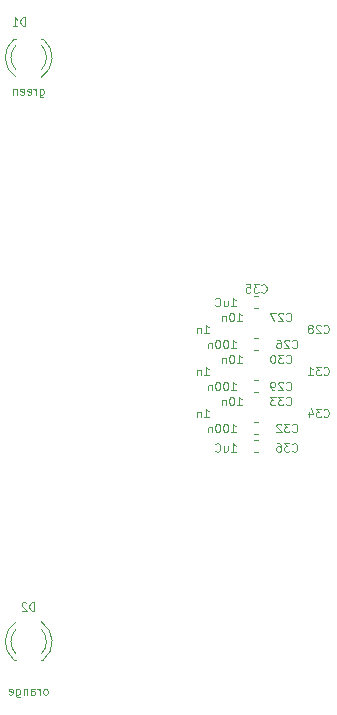
<source format=gbo>
G04 #@! TF.GenerationSoftware,KiCad,Pcbnew,5.1.10-88a1d61d58~90~ubuntu20.04.1*
G04 #@! TF.CreationDate,2021-11-15T23:18:05+00:00*
G04 #@! TF.ProjectId,pulse_stretcher,70756c73-655f-4737-9472-657463686572,rev?*
G04 #@! TF.SameCoordinates,PX5ee3fe0PY6209a80*
G04 #@! TF.FileFunction,Legend,Bot*
G04 #@! TF.FilePolarity,Positive*
%FSLAX46Y46*%
G04 Gerber Fmt 4.6, Leading zero omitted, Abs format (unit mm)*
G04 Created by KiCad (PCBNEW 5.1.10-88a1d61d58~90~ubuntu20.04.1) date 2021-11-15 23:18:05*
%MOMM*%
%LPD*%
G01*
G04 APERTURE LIST*
%ADD10C,0.120000*%
%ADD11C,0.100000*%
G04 APERTURE END LIST*
D10*
G04 #@! TO.C,C35*
X43918779Y28507000D02*
X43593221Y28507000D01*
X43918779Y27487000D02*
X43593221Y27487000D01*
G04 #@! TO.C,C36*
X43918779Y15295000D02*
X43593221Y15295000D01*
X43918779Y16315000D02*
X43593221Y16315000D01*
G04 #@! TO.C,C26*
X43593221Y23931000D02*
X43918779Y23931000D01*
X43593221Y24951000D02*
X43918779Y24951000D01*
G04 #@! TO.C,C29*
X43593221Y21395000D02*
X43918779Y21395000D01*
X43593221Y20375000D02*
X43918779Y20375000D01*
G04 #@! TO.C,C32*
X43593221Y16819000D02*
X43918779Y16819000D01*
X43593221Y17839000D02*
X43918779Y17839000D01*
G04 #@! TO.C,D1*
X23264000Y50290000D02*
X23420000Y50290000D01*
X25580000Y50290000D02*
X25736000Y50290000D01*
X23421392Y47057665D02*
G75*
G02*
X23264484Y50290000I1078608J1672335D01*
G01*
X25578608Y47057665D02*
G75*
G03*
X25735516Y50290000I-1078608J1672335D01*
G01*
X23420163Y47688870D02*
G75*
G02*
X23420000Y49770961I1079837J1041130D01*
G01*
X25579837Y47688870D02*
G75*
G03*
X25580000Y49770961I-1079837J1041130D01*
G01*
G04 #@! TO.C,D2*
X23420000Y-2290000D02*
X23264000Y-2290000D01*
X25736000Y-2290000D02*
X25580000Y-2290000D01*
X25578608Y942335D02*
G75*
G02*
X25735516Y-2290000I-1078608J-1672335D01*
G01*
X23421392Y942335D02*
G75*
G03*
X23264484Y-2290000I1078608J-1672335D01*
G01*
X25579837Y311130D02*
G75*
G02*
X25580000Y-1770961I-1079837J-1041130D01*
G01*
X23420163Y311130D02*
G75*
G03*
X23420000Y-1770961I1079837J-1041130D01*
G01*
G04 #@! TO.C,C35*
D11*
X44206000Y28890000D02*
X44239333Y28856667D01*
X44339333Y28823334D01*
X44406000Y28823334D01*
X44506000Y28856667D01*
X44572666Y28923334D01*
X44606000Y28990000D01*
X44639333Y29123334D01*
X44639333Y29223334D01*
X44606000Y29356667D01*
X44572666Y29423334D01*
X44506000Y29490000D01*
X44406000Y29523334D01*
X44339333Y29523334D01*
X44239333Y29490000D01*
X44206000Y29456667D01*
X43972666Y29523334D02*
X43539333Y29523334D01*
X43772666Y29256667D01*
X43672666Y29256667D01*
X43606000Y29223334D01*
X43572666Y29190000D01*
X43539333Y29123334D01*
X43539333Y28956667D01*
X43572666Y28890000D01*
X43606000Y28856667D01*
X43672666Y28823334D01*
X43872666Y28823334D01*
X43939333Y28856667D01*
X43972666Y28890000D01*
X42906000Y29523334D02*
X43239333Y29523334D01*
X43272666Y29190000D01*
X43239333Y29223334D01*
X43172666Y29256667D01*
X43006000Y29256667D01*
X42939333Y29223334D01*
X42906000Y29190000D01*
X42872666Y29123334D01*
X42872666Y28956667D01*
X42906000Y28890000D01*
X42939333Y28856667D01*
X43006000Y28823334D01*
X43172666Y28823334D01*
X43239333Y28856667D01*
X43272666Y28890000D01*
X41633666Y27680334D02*
X42033666Y27680334D01*
X41833666Y27680334D02*
X41833666Y28380334D01*
X41900333Y28280334D01*
X41967000Y28213667D01*
X42033666Y28180334D01*
X41033666Y28147000D02*
X41033666Y27680334D01*
X41333666Y28147000D02*
X41333666Y27780334D01*
X41300333Y27713667D01*
X41233666Y27680334D01*
X41133666Y27680334D01*
X41067000Y27713667D01*
X41033666Y27747000D01*
X40300333Y27747000D02*
X40333666Y27713667D01*
X40433666Y27680334D01*
X40500333Y27680334D01*
X40600333Y27713667D01*
X40667000Y27780334D01*
X40700333Y27847000D01*
X40733666Y27980334D01*
X40733666Y28080334D01*
X40700333Y28213667D01*
X40667000Y28280334D01*
X40600333Y28347000D01*
X40500333Y28380334D01*
X40433666Y28380334D01*
X40333666Y28347000D01*
X40300333Y28313667D01*
G04 #@! TO.C,C36*
X46811666Y15428000D02*
X46845000Y15394667D01*
X46945000Y15361334D01*
X47011666Y15361334D01*
X47111666Y15394667D01*
X47178333Y15461334D01*
X47211666Y15528000D01*
X47245000Y15661334D01*
X47245000Y15761334D01*
X47211666Y15894667D01*
X47178333Y15961334D01*
X47111666Y16028000D01*
X47011666Y16061334D01*
X46945000Y16061334D01*
X46845000Y16028000D01*
X46811666Y15994667D01*
X46578333Y16061334D02*
X46145000Y16061334D01*
X46378333Y15794667D01*
X46278333Y15794667D01*
X46211666Y15761334D01*
X46178333Y15728000D01*
X46145000Y15661334D01*
X46145000Y15494667D01*
X46178333Y15428000D01*
X46211666Y15394667D01*
X46278333Y15361334D01*
X46478333Y15361334D01*
X46545000Y15394667D01*
X46578333Y15428000D01*
X45545000Y16061334D02*
X45678333Y16061334D01*
X45745000Y16028000D01*
X45778333Y15994667D01*
X45845000Y15894667D01*
X45878333Y15761334D01*
X45878333Y15494667D01*
X45845000Y15428000D01*
X45811666Y15394667D01*
X45745000Y15361334D01*
X45611666Y15361334D01*
X45545000Y15394667D01*
X45511666Y15428000D01*
X45478333Y15494667D01*
X45478333Y15661334D01*
X45511666Y15728000D01*
X45545000Y15761334D01*
X45611666Y15794667D01*
X45745000Y15794667D01*
X45811666Y15761334D01*
X45845000Y15728000D01*
X45878333Y15661334D01*
X41633666Y15361334D02*
X42033666Y15361334D01*
X41833666Y15361334D02*
X41833666Y16061334D01*
X41900333Y15961334D01*
X41967000Y15894667D01*
X42033666Y15861334D01*
X41033666Y15828000D02*
X41033666Y15361334D01*
X41333666Y15828000D02*
X41333666Y15461334D01*
X41300333Y15394667D01*
X41233666Y15361334D01*
X41133666Y15361334D01*
X41067000Y15394667D01*
X41033666Y15428000D01*
X40300333Y15428000D02*
X40333666Y15394667D01*
X40433666Y15361334D01*
X40500333Y15361334D01*
X40600333Y15394667D01*
X40667000Y15461334D01*
X40700333Y15528000D01*
X40733666Y15661334D01*
X40733666Y15761334D01*
X40700333Y15894667D01*
X40667000Y15961334D01*
X40600333Y16028000D01*
X40500333Y16061334D01*
X40433666Y16061334D01*
X40333666Y16028000D01*
X40300333Y15994667D01*
G04 #@! TO.C,C26*
X46811666Y24191000D02*
X46845000Y24157667D01*
X46945000Y24124334D01*
X47011666Y24124334D01*
X47111666Y24157667D01*
X47178333Y24224334D01*
X47211666Y24291000D01*
X47245000Y24424334D01*
X47245000Y24524334D01*
X47211666Y24657667D01*
X47178333Y24724334D01*
X47111666Y24791000D01*
X47011666Y24824334D01*
X46945000Y24824334D01*
X46845000Y24791000D01*
X46811666Y24757667D01*
X46545000Y24757667D02*
X46511666Y24791000D01*
X46445000Y24824334D01*
X46278333Y24824334D01*
X46211666Y24791000D01*
X46178333Y24757667D01*
X46145000Y24691000D01*
X46145000Y24624334D01*
X46178333Y24524334D01*
X46578333Y24124334D01*
X46145000Y24124334D01*
X45545000Y24824334D02*
X45678333Y24824334D01*
X45745000Y24791000D01*
X45778333Y24757667D01*
X45845000Y24657667D01*
X45878333Y24524334D01*
X45878333Y24257667D01*
X45845000Y24191000D01*
X45811666Y24157667D01*
X45745000Y24124334D01*
X45611666Y24124334D01*
X45545000Y24157667D01*
X45511666Y24191000D01*
X45478333Y24257667D01*
X45478333Y24424334D01*
X45511666Y24491000D01*
X45545000Y24524334D01*
X45611666Y24557667D01*
X45745000Y24557667D01*
X45811666Y24524334D01*
X45845000Y24491000D01*
X45878333Y24424334D01*
X41633666Y24124334D02*
X42033666Y24124334D01*
X41833666Y24124334D02*
X41833666Y24824334D01*
X41900333Y24724334D01*
X41967000Y24657667D01*
X42033666Y24624334D01*
X41200333Y24824334D02*
X41133666Y24824334D01*
X41067000Y24791000D01*
X41033666Y24757667D01*
X41000333Y24691000D01*
X40967000Y24557667D01*
X40967000Y24391000D01*
X41000333Y24257667D01*
X41033666Y24191000D01*
X41067000Y24157667D01*
X41133666Y24124334D01*
X41200333Y24124334D01*
X41267000Y24157667D01*
X41300333Y24191000D01*
X41333666Y24257667D01*
X41367000Y24391000D01*
X41367000Y24557667D01*
X41333666Y24691000D01*
X41300333Y24757667D01*
X41267000Y24791000D01*
X41200333Y24824334D01*
X40533666Y24824334D02*
X40467000Y24824334D01*
X40400333Y24791000D01*
X40367000Y24757667D01*
X40333666Y24691000D01*
X40300333Y24557667D01*
X40300333Y24391000D01*
X40333666Y24257667D01*
X40367000Y24191000D01*
X40400333Y24157667D01*
X40467000Y24124334D01*
X40533666Y24124334D01*
X40600333Y24157667D01*
X40633666Y24191000D01*
X40667000Y24257667D01*
X40700333Y24391000D01*
X40700333Y24557667D01*
X40667000Y24691000D01*
X40633666Y24757667D01*
X40600333Y24791000D01*
X40533666Y24824334D01*
X40000333Y24591000D02*
X40000333Y24124334D01*
X40000333Y24524334D02*
X39967000Y24557667D01*
X39900333Y24591000D01*
X39800333Y24591000D01*
X39733666Y24557667D01*
X39700333Y24491000D01*
X39700333Y24124334D01*
G04 #@! TO.C,C27*
X46303666Y26477000D02*
X46337000Y26443667D01*
X46437000Y26410334D01*
X46503666Y26410334D01*
X46603666Y26443667D01*
X46670333Y26510334D01*
X46703666Y26577000D01*
X46737000Y26710334D01*
X46737000Y26810334D01*
X46703666Y26943667D01*
X46670333Y27010334D01*
X46603666Y27077000D01*
X46503666Y27110334D01*
X46437000Y27110334D01*
X46337000Y27077000D01*
X46303666Y27043667D01*
X46037000Y27043667D02*
X46003666Y27077000D01*
X45937000Y27110334D01*
X45770333Y27110334D01*
X45703666Y27077000D01*
X45670333Y27043667D01*
X45637000Y26977000D01*
X45637000Y26910334D01*
X45670333Y26810334D01*
X46070333Y26410334D01*
X45637000Y26410334D01*
X45403666Y27110334D02*
X44937000Y27110334D01*
X45237000Y26410334D01*
X42141666Y26410334D02*
X42541666Y26410334D01*
X42341666Y26410334D02*
X42341666Y27110334D01*
X42408333Y27010334D01*
X42475000Y26943667D01*
X42541666Y26910334D01*
X41708333Y27110334D02*
X41641666Y27110334D01*
X41575000Y27077000D01*
X41541666Y27043667D01*
X41508333Y26977000D01*
X41475000Y26843667D01*
X41475000Y26677000D01*
X41508333Y26543667D01*
X41541666Y26477000D01*
X41575000Y26443667D01*
X41641666Y26410334D01*
X41708333Y26410334D01*
X41775000Y26443667D01*
X41808333Y26477000D01*
X41841666Y26543667D01*
X41875000Y26677000D01*
X41875000Y26843667D01*
X41841666Y26977000D01*
X41808333Y27043667D01*
X41775000Y27077000D01*
X41708333Y27110334D01*
X41175000Y26877000D02*
X41175000Y26410334D01*
X41175000Y26810334D02*
X41141666Y26843667D01*
X41075000Y26877000D01*
X40975000Y26877000D01*
X40908333Y26843667D01*
X40875000Y26777000D01*
X40875000Y26410334D01*
G04 #@! TO.C,C28*
X49478666Y25461000D02*
X49512000Y25427667D01*
X49612000Y25394334D01*
X49678666Y25394334D01*
X49778666Y25427667D01*
X49845333Y25494334D01*
X49878666Y25561000D01*
X49912000Y25694334D01*
X49912000Y25794334D01*
X49878666Y25927667D01*
X49845333Y25994334D01*
X49778666Y26061000D01*
X49678666Y26094334D01*
X49612000Y26094334D01*
X49512000Y26061000D01*
X49478666Y26027667D01*
X49212000Y26027667D02*
X49178666Y26061000D01*
X49112000Y26094334D01*
X48945333Y26094334D01*
X48878666Y26061000D01*
X48845333Y26027667D01*
X48812000Y25961000D01*
X48812000Y25894334D01*
X48845333Y25794334D01*
X49245333Y25394334D01*
X48812000Y25394334D01*
X48412000Y25794334D02*
X48478666Y25827667D01*
X48512000Y25861000D01*
X48545333Y25927667D01*
X48545333Y25961000D01*
X48512000Y26027667D01*
X48478666Y26061000D01*
X48412000Y26094334D01*
X48278666Y26094334D01*
X48212000Y26061000D01*
X48178666Y26027667D01*
X48145333Y25961000D01*
X48145333Y25927667D01*
X48178666Y25861000D01*
X48212000Y25827667D01*
X48278666Y25794334D01*
X48412000Y25794334D01*
X48478666Y25761000D01*
X48512000Y25727667D01*
X48545333Y25661000D01*
X48545333Y25527667D01*
X48512000Y25461000D01*
X48478666Y25427667D01*
X48412000Y25394334D01*
X48278666Y25394334D01*
X48212000Y25427667D01*
X48178666Y25461000D01*
X48145333Y25527667D01*
X48145333Y25661000D01*
X48178666Y25727667D01*
X48212000Y25761000D01*
X48278666Y25794334D01*
X39347666Y25394334D02*
X39747666Y25394334D01*
X39547666Y25394334D02*
X39547666Y26094334D01*
X39614333Y25994334D01*
X39681000Y25927667D01*
X39747666Y25894334D01*
X39047666Y25861000D02*
X39047666Y25394334D01*
X39047666Y25794334D02*
X39014333Y25827667D01*
X38947666Y25861000D01*
X38847666Y25861000D01*
X38781000Y25827667D01*
X38747666Y25761000D01*
X38747666Y25394334D01*
G04 #@! TO.C,C29*
X46303666Y20635000D02*
X46337000Y20601667D01*
X46437000Y20568334D01*
X46503666Y20568334D01*
X46603666Y20601667D01*
X46670333Y20668334D01*
X46703666Y20735000D01*
X46737000Y20868334D01*
X46737000Y20968334D01*
X46703666Y21101667D01*
X46670333Y21168334D01*
X46603666Y21235000D01*
X46503666Y21268334D01*
X46437000Y21268334D01*
X46337000Y21235000D01*
X46303666Y21201667D01*
X46037000Y21201667D02*
X46003666Y21235000D01*
X45937000Y21268334D01*
X45770333Y21268334D01*
X45703666Y21235000D01*
X45670333Y21201667D01*
X45637000Y21135000D01*
X45637000Y21068334D01*
X45670333Y20968334D01*
X46070333Y20568334D01*
X45637000Y20568334D01*
X45303666Y20568334D02*
X45170333Y20568334D01*
X45103666Y20601667D01*
X45070333Y20635000D01*
X45003666Y20735000D01*
X44970333Y20868334D01*
X44970333Y21135000D01*
X45003666Y21201667D01*
X45037000Y21235000D01*
X45103666Y21268334D01*
X45237000Y21268334D01*
X45303666Y21235000D01*
X45337000Y21201667D01*
X45370333Y21135000D01*
X45370333Y20968334D01*
X45337000Y20901667D01*
X45303666Y20868334D01*
X45237000Y20835000D01*
X45103666Y20835000D01*
X45037000Y20868334D01*
X45003666Y20901667D01*
X44970333Y20968334D01*
X41633666Y20568334D02*
X42033666Y20568334D01*
X41833666Y20568334D02*
X41833666Y21268334D01*
X41900333Y21168334D01*
X41967000Y21101667D01*
X42033666Y21068334D01*
X41200333Y21268334D02*
X41133666Y21268334D01*
X41067000Y21235000D01*
X41033666Y21201667D01*
X41000333Y21135000D01*
X40967000Y21001667D01*
X40967000Y20835000D01*
X41000333Y20701667D01*
X41033666Y20635000D01*
X41067000Y20601667D01*
X41133666Y20568334D01*
X41200333Y20568334D01*
X41267000Y20601667D01*
X41300333Y20635000D01*
X41333666Y20701667D01*
X41367000Y20835000D01*
X41367000Y21001667D01*
X41333666Y21135000D01*
X41300333Y21201667D01*
X41267000Y21235000D01*
X41200333Y21268334D01*
X40533666Y21268334D02*
X40467000Y21268334D01*
X40400333Y21235000D01*
X40367000Y21201667D01*
X40333666Y21135000D01*
X40300333Y21001667D01*
X40300333Y20835000D01*
X40333666Y20701667D01*
X40367000Y20635000D01*
X40400333Y20601667D01*
X40467000Y20568334D01*
X40533666Y20568334D01*
X40600333Y20601667D01*
X40633666Y20635000D01*
X40667000Y20701667D01*
X40700333Y20835000D01*
X40700333Y21001667D01*
X40667000Y21135000D01*
X40633666Y21201667D01*
X40600333Y21235000D01*
X40533666Y21268334D01*
X40000333Y21035000D02*
X40000333Y20568334D01*
X40000333Y20968334D02*
X39967000Y21001667D01*
X39900333Y21035000D01*
X39800333Y21035000D01*
X39733666Y21001667D01*
X39700333Y20935000D01*
X39700333Y20568334D01*
G04 #@! TO.C,C30*
X46303666Y22921000D02*
X46337000Y22887667D01*
X46437000Y22854334D01*
X46503666Y22854334D01*
X46603666Y22887667D01*
X46670333Y22954334D01*
X46703666Y23021000D01*
X46737000Y23154334D01*
X46737000Y23254334D01*
X46703666Y23387667D01*
X46670333Y23454334D01*
X46603666Y23521000D01*
X46503666Y23554334D01*
X46437000Y23554334D01*
X46337000Y23521000D01*
X46303666Y23487667D01*
X46070333Y23554334D02*
X45637000Y23554334D01*
X45870333Y23287667D01*
X45770333Y23287667D01*
X45703666Y23254334D01*
X45670333Y23221000D01*
X45637000Y23154334D01*
X45637000Y22987667D01*
X45670333Y22921000D01*
X45703666Y22887667D01*
X45770333Y22854334D01*
X45970333Y22854334D01*
X46037000Y22887667D01*
X46070333Y22921000D01*
X45203666Y23554334D02*
X45137000Y23554334D01*
X45070333Y23521000D01*
X45037000Y23487667D01*
X45003666Y23421000D01*
X44970333Y23287667D01*
X44970333Y23121000D01*
X45003666Y22987667D01*
X45037000Y22921000D01*
X45070333Y22887667D01*
X45137000Y22854334D01*
X45203666Y22854334D01*
X45270333Y22887667D01*
X45303666Y22921000D01*
X45337000Y22987667D01*
X45370333Y23121000D01*
X45370333Y23287667D01*
X45337000Y23421000D01*
X45303666Y23487667D01*
X45270333Y23521000D01*
X45203666Y23554334D01*
X42141666Y22854334D02*
X42541666Y22854334D01*
X42341666Y22854334D02*
X42341666Y23554334D01*
X42408333Y23454334D01*
X42475000Y23387667D01*
X42541666Y23354334D01*
X41708333Y23554334D02*
X41641666Y23554334D01*
X41575000Y23521000D01*
X41541666Y23487667D01*
X41508333Y23421000D01*
X41475000Y23287667D01*
X41475000Y23121000D01*
X41508333Y22987667D01*
X41541666Y22921000D01*
X41575000Y22887667D01*
X41641666Y22854334D01*
X41708333Y22854334D01*
X41775000Y22887667D01*
X41808333Y22921000D01*
X41841666Y22987667D01*
X41875000Y23121000D01*
X41875000Y23287667D01*
X41841666Y23421000D01*
X41808333Y23487667D01*
X41775000Y23521000D01*
X41708333Y23554334D01*
X41175000Y23321000D02*
X41175000Y22854334D01*
X41175000Y23254334D02*
X41141666Y23287667D01*
X41075000Y23321000D01*
X40975000Y23321000D01*
X40908333Y23287667D01*
X40875000Y23221000D01*
X40875000Y22854334D01*
G04 #@! TO.C,C31*
X49478666Y21905000D02*
X49512000Y21871667D01*
X49612000Y21838334D01*
X49678666Y21838334D01*
X49778666Y21871667D01*
X49845333Y21938334D01*
X49878666Y22005000D01*
X49912000Y22138334D01*
X49912000Y22238334D01*
X49878666Y22371667D01*
X49845333Y22438334D01*
X49778666Y22505000D01*
X49678666Y22538334D01*
X49612000Y22538334D01*
X49512000Y22505000D01*
X49478666Y22471667D01*
X49245333Y22538334D02*
X48812000Y22538334D01*
X49045333Y22271667D01*
X48945333Y22271667D01*
X48878666Y22238334D01*
X48845333Y22205000D01*
X48812000Y22138334D01*
X48812000Y21971667D01*
X48845333Y21905000D01*
X48878666Y21871667D01*
X48945333Y21838334D01*
X49145333Y21838334D01*
X49212000Y21871667D01*
X49245333Y21905000D01*
X48145333Y21838334D02*
X48545333Y21838334D01*
X48345333Y21838334D02*
X48345333Y22538334D01*
X48412000Y22438334D01*
X48478666Y22371667D01*
X48545333Y22338334D01*
X39347666Y21838334D02*
X39747666Y21838334D01*
X39547666Y21838334D02*
X39547666Y22538334D01*
X39614333Y22438334D01*
X39681000Y22371667D01*
X39747666Y22338334D01*
X39047666Y22305000D02*
X39047666Y21838334D01*
X39047666Y22238334D02*
X39014333Y22271667D01*
X38947666Y22305000D01*
X38847666Y22305000D01*
X38781000Y22271667D01*
X38747666Y22205000D01*
X38747666Y21838334D01*
G04 #@! TO.C,C32*
X46811666Y17079000D02*
X46845000Y17045667D01*
X46945000Y17012334D01*
X47011666Y17012334D01*
X47111666Y17045667D01*
X47178333Y17112334D01*
X47211666Y17179000D01*
X47245000Y17312334D01*
X47245000Y17412334D01*
X47211666Y17545667D01*
X47178333Y17612334D01*
X47111666Y17679000D01*
X47011666Y17712334D01*
X46945000Y17712334D01*
X46845000Y17679000D01*
X46811666Y17645667D01*
X46578333Y17712334D02*
X46145000Y17712334D01*
X46378333Y17445667D01*
X46278333Y17445667D01*
X46211666Y17412334D01*
X46178333Y17379000D01*
X46145000Y17312334D01*
X46145000Y17145667D01*
X46178333Y17079000D01*
X46211666Y17045667D01*
X46278333Y17012334D01*
X46478333Y17012334D01*
X46545000Y17045667D01*
X46578333Y17079000D01*
X45878333Y17645667D02*
X45845000Y17679000D01*
X45778333Y17712334D01*
X45611666Y17712334D01*
X45545000Y17679000D01*
X45511666Y17645667D01*
X45478333Y17579000D01*
X45478333Y17512334D01*
X45511666Y17412334D01*
X45911666Y17012334D01*
X45478333Y17012334D01*
X41633666Y17012334D02*
X42033666Y17012334D01*
X41833666Y17012334D02*
X41833666Y17712334D01*
X41900333Y17612334D01*
X41967000Y17545667D01*
X42033666Y17512334D01*
X41200333Y17712334D02*
X41133666Y17712334D01*
X41067000Y17679000D01*
X41033666Y17645667D01*
X41000333Y17579000D01*
X40967000Y17445667D01*
X40967000Y17279000D01*
X41000333Y17145667D01*
X41033666Y17079000D01*
X41067000Y17045667D01*
X41133666Y17012334D01*
X41200333Y17012334D01*
X41267000Y17045667D01*
X41300333Y17079000D01*
X41333666Y17145667D01*
X41367000Y17279000D01*
X41367000Y17445667D01*
X41333666Y17579000D01*
X41300333Y17645667D01*
X41267000Y17679000D01*
X41200333Y17712334D01*
X40533666Y17712334D02*
X40467000Y17712334D01*
X40400333Y17679000D01*
X40367000Y17645667D01*
X40333666Y17579000D01*
X40300333Y17445667D01*
X40300333Y17279000D01*
X40333666Y17145667D01*
X40367000Y17079000D01*
X40400333Y17045667D01*
X40467000Y17012334D01*
X40533666Y17012334D01*
X40600333Y17045667D01*
X40633666Y17079000D01*
X40667000Y17145667D01*
X40700333Y17279000D01*
X40700333Y17445667D01*
X40667000Y17579000D01*
X40633666Y17645667D01*
X40600333Y17679000D01*
X40533666Y17712334D01*
X40000333Y17479000D02*
X40000333Y17012334D01*
X40000333Y17412334D02*
X39967000Y17445667D01*
X39900333Y17479000D01*
X39800333Y17479000D01*
X39733666Y17445667D01*
X39700333Y17379000D01*
X39700333Y17012334D01*
G04 #@! TO.C,C33*
X46303666Y19365000D02*
X46337000Y19331667D01*
X46437000Y19298334D01*
X46503666Y19298334D01*
X46603666Y19331667D01*
X46670333Y19398334D01*
X46703666Y19465000D01*
X46737000Y19598334D01*
X46737000Y19698334D01*
X46703666Y19831667D01*
X46670333Y19898334D01*
X46603666Y19965000D01*
X46503666Y19998334D01*
X46437000Y19998334D01*
X46337000Y19965000D01*
X46303666Y19931667D01*
X46070333Y19998334D02*
X45637000Y19998334D01*
X45870333Y19731667D01*
X45770333Y19731667D01*
X45703666Y19698334D01*
X45670333Y19665000D01*
X45637000Y19598334D01*
X45637000Y19431667D01*
X45670333Y19365000D01*
X45703666Y19331667D01*
X45770333Y19298334D01*
X45970333Y19298334D01*
X46037000Y19331667D01*
X46070333Y19365000D01*
X45403666Y19998334D02*
X44970333Y19998334D01*
X45203666Y19731667D01*
X45103666Y19731667D01*
X45037000Y19698334D01*
X45003666Y19665000D01*
X44970333Y19598334D01*
X44970333Y19431667D01*
X45003666Y19365000D01*
X45037000Y19331667D01*
X45103666Y19298334D01*
X45303666Y19298334D01*
X45370333Y19331667D01*
X45403666Y19365000D01*
X42141666Y19298334D02*
X42541666Y19298334D01*
X42341666Y19298334D02*
X42341666Y19998334D01*
X42408333Y19898334D01*
X42475000Y19831667D01*
X42541666Y19798334D01*
X41708333Y19998334D02*
X41641666Y19998334D01*
X41575000Y19965000D01*
X41541666Y19931667D01*
X41508333Y19865000D01*
X41475000Y19731667D01*
X41475000Y19565000D01*
X41508333Y19431667D01*
X41541666Y19365000D01*
X41575000Y19331667D01*
X41641666Y19298334D01*
X41708333Y19298334D01*
X41775000Y19331667D01*
X41808333Y19365000D01*
X41841666Y19431667D01*
X41875000Y19565000D01*
X41875000Y19731667D01*
X41841666Y19865000D01*
X41808333Y19931667D01*
X41775000Y19965000D01*
X41708333Y19998334D01*
X41175000Y19765000D02*
X41175000Y19298334D01*
X41175000Y19698334D02*
X41141666Y19731667D01*
X41075000Y19765000D01*
X40975000Y19765000D01*
X40908333Y19731667D01*
X40875000Y19665000D01*
X40875000Y19298334D01*
G04 #@! TO.C,C34*
X49478666Y18349000D02*
X49512000Y18315667D01*
X49612000Y18282334D01*
X49678666Y18282334D01*
X49778666Y18315667D01*
X49845333Y18382334D01*
X49878666Y18449000D01*
X49912000Y18582334D01*
X49912000Y18682334D01*
X49878666Y18815667D01*
X49845333Y18882334D01*
X49778666Y18949000D01*
X49678666Y18982334D01*
X49612000Y18982334D01*
X49512000Y18949000D01*
X49478666Y18915667D01*
X49245333Y18982334D02*
X48812000Y18982334D01*
X49045333Y18715667D01*
X48945333Y18715667D01*
X48878666Y18682334D01*
X48845333Y18649000D01*
X48812000Y18582334D01*
X48812000Y18415667D01*
X48845333Y18349000D01*
X48878666Y18315667D01*
X48945333Y18282334D01*
X49145333Y18282334D01*
X49212000Y18315667D01*
X49245333Y18349000D01*
X48212000Y18749000D02*
X48212000Y18282334D01*
X48378666Y19015667D02*
X48545333Y18515667D01*
X48112000Y18515667D01*
X39347666Y18282334D02*
X39747666Y18282334D01*
X39547666Y18282334D02*
X39547666Y18982334D01*
X39614333Y18882334D01*
X39681000Y18815667D01*
X39747666Y18782334D01*
X39047666Y18749000D02*
X39047666Y18282334D01*
X39047666Y18682334D02*
X39014333Y18715667D01*
X38947666Y18749000D01*
X38847666Y18749000D01*
X38781000Y18715667D01*
X38747666Y18649000D01*
X38747666Y18282334D01*
G04 #@! TO.C,D1*
X24206666Y51429334D02*
X24206666Y52129334D01*
X24040000Y52129334D01*
X23940000Y52096000D01*
X23873333Y52029334D01*
X23840000Y51962667D01*
X23806666Y51829334D01*
X23806666Y51729334D01*
X23840000Y51596000D01*
X23873333Y51529334D01*
X23940000Y51462667D01*
X24040000Y51429334D01*
X24206666Y51429334D01*
X23140000Y51429334D02*
X23540000Y51429334D01*
X23340000Y51429334D02*
X23340000Y52129334D01*
X23406666Y52029334D01*
X23473333Y51962667D01*
X23540000Y51929334D01*
X25435333Y46054000D02*
X25435333Y45487334D01*
X25468666Y45420667D01*
X25502000Y45387334D01*
X25568666Y45354000D01*
X25668666Y45354000D01*
X25735333Y45387334D01*
X25435333Y45620667D02*
X25502000Y45587334D01*
X25635333Y45587334D01*
X25702000Y45620667D01*
X25735333Y45654000D01*
X25768666Y45720667D01*
X25768666Y45920667D01*
X25735333Y45987334D01*
X25702000Y46020667D01*
X25635333Y46054000D01*
X25502000Y46054000D01*
X25435333Y46020667D01*
X25102000Y45587334D02*
X25102000Y46054000D01*
X25102000Y45920667D02*
X25068666Y45987334D01*
X25035333Y46020667D01*
X24968666Y46054000D01*
X24902000Y46054000D01*
X24402000Y45620667D02*
X24468666Y45587334D01*
X24602000Y45587334D01*
X24668666Y45620667D01*
X24702000Y45687334D01*
X24702000Y45954000D01*
X24668666Y46020667D01*
X24602000Y46054000D01*
X24468666Y46054000D01*
X24402000Y46020667D01*
X24368666Y45954000D01*
X24368666Y45887334D01*
X24702000Y45820667D01*
X23802000Y45620667D02*
X23868666Y45587334D01*
X24002000Y45587334D01*
X24068666Y45620667D01*
X24102000Y45687334D01*
X24102000Y45954000D01*
X24068666Y46020667D01*
X24002000Y46054000D01*
X23868666Y46054000D01*
X23802000Y46020667D01*
X23768666Y45954000D01*
X23768666Y45887334D01*
X24102000Y45820667D01*
X23468666Y46054000D02*
X23468666Y45587334D01*
X23468666Y45987334D02*
X23435333Y46020667D01*
X23368666Y46054000D01*
X23268666Y46054000D01*
X23202000Y46020667D01*
X23168666Y45954000D01*
X23168666Y45587334D01*
G04 #@! TO.C,D2*
X24968666Y1899334D02*
X24968666Y2599334D01*
X24802000Y2599334D01*
X24702000Y2566000D01*
X24635333Y2499334D01*
X24602000Y2432667D01*
X24568666Y2299334D01*
X24568666Y2199334D01*
X24602000Y2066000D01*
X24635333Y1999334D01*
X24702000Y1932667D01*
X24802000Y1899334D01*
X24968666Y1899334D01*
X24302000Y2532667D02*
X24268666Y2566000D01*
X24202000Y2599334D01*
X24035333Y2599334D01*
X23968666Y2566000D01*
X23935333Y2532667D01*
X23902000Y2466000D01*
X23902000Y2399334D01*
X23935333Y2299334D01*
X24335333Y1899334D01*
X23902000Y1899334D01*
X25968666Y-5212666D02*
X26035333Y-5179333D01*
X26068666Y-5146000D01*
X26102000Y-5079333D01*
X26102000Y-4879333D01*
X26068666Y-4812666D01*
X26035333Y-4779333D01*
X25968666Y-4746000D01*
X25868666Y-4746000D01*
X25802000Y-4779333D01*
X25768666Y-4812666D01*
X25735333Y-4879333D01*
X25735333Y-5079333D01*
X25768666Y-5146000D01*
X25802000Y-5179333D01*
X25868666Y-5212666D01*
X25968666Y-5212666D01*
X25435333Y-5212666D02*
X25435333Y-4746000D01*
X25435333Y-4879333D02*
X25402000Y-4812666D01*
X25368666Y-4779333D01*
X25302000Y-4746000D01*
X25235333Y-4746000D01*
X24702000Y-5212666D02*
X24702000Y-4846000D01*
X24735333Y-4779333D01*
X24802000Y-4746000D01*
X24935333Y-4746000D01*
X25002000Y-4779333D01*
X24702000Y-5179333D02*
X24768666Y-5212666D01*
X24935333Y-5212666D01*
X25002000Y-5179333D01*
X25035333Y-5112666D01*
X25035333Y-5046000D01*
X25002000Y-4979333D01*
X24935333Y-4946000D01*
X24768666Y-4946000D01*
X24702000Y-4912666D01*
X24368666Y-4746000D02*
X24368666Y-5212666D01*
X24368666Y-4812666D02*
X24335333Y-4779333D01*
X24268666Y-4746000D01*
X24168666Y-4746000D01*
X24102000Y-4779333D01*
X24068666Y-4846000D01*
X24068666Y-5212666D01*
X23435333Y-4746000D02*
X23435333Y-5312666D01*
X23468666Y-5379333D01*
X23502000Y-5412666D01*
X23568666Y-5446000D01*
X23668666Y-5446000D01*
X23735333Y-5412666D01*
X23435333Y-5179333D02*
X23502000Y-5212666D01*
X23635333Y-5212666D01*
X23702000Y-5179333D01*
X23735333Y-5146000D01*
X23768666Y-5079333D01*
X23768666Y-4879333D01*
X23735333Y-4812666D01*
X23702000Y-4779333D01*
X23635333Y-4746000D01*
X23502000Y-4746000D01*
X23435333Y-4779333D01*
X22835333Y-5179333D02*
X22902000Y-5212666D01*
X23035333Y-5212666D01*
X23102000Y-5179333D01*
X23135333Y-5112666D01*
X23135333Y-4846000D01*
X23102000Y-4779333D01*
X23035333Y-4746000D01*
X22902000Y-4746000D01*
X22835333Y-4779333D01*
X22802000Y-4846000D01*
X22802000Y-4912666D01*
X23135333Y-4979333D01*
G04 #@! TD*
M02*

</source>
